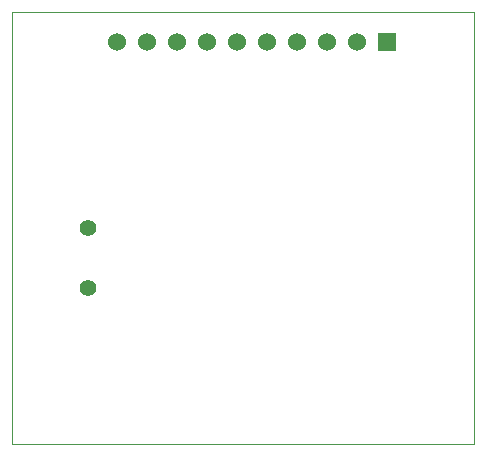
<source format=gbs>
G04 (created by PCBNEW (2013-mar-13)-testing) date Sun 09 Jun 2013 10:00:26 PM EDT*
%MOIN*%
G04 Gerber Fmt 3.4, Leading zero omitted, Abs format*
%FSLAX34Y34*%
G01*
G70*
G90*
G04 APERTURE LIST*
%ADD10C,0.005906*%
%ADD11C,0.003937*%
%ADD12R,0.060000X0.060000*%
%ADD13C,0.060000*%
%ADD14C,0.056000*%
G04 APERTURE END LIST*
G54D10*
G54D11*
X81800Y-62200D02*
X81800Y-47800D01*
X97200Y-62200D02*
X81800Y-62200D01*
X97200Y-47800D02*
X97200Y-62200D01*
X81800Y-47800D02*
X97200Y-47800D01*
G54D12*
X94300Y-48800D03*
G54D13*
X93300Y-48800D03*
X92300Y-48800D03*
X91300Y-48800D03*
X90300Y-48800D03*
X89300Y-48800D03*
X88300Y-48800D03*
X87300Y-48800D03*
X86300Y-48800D03*
X85300Y-48800D03*
G54D14*
X84319Y-55028D03*
X84319Y-57028D03*
M02*

</source>
